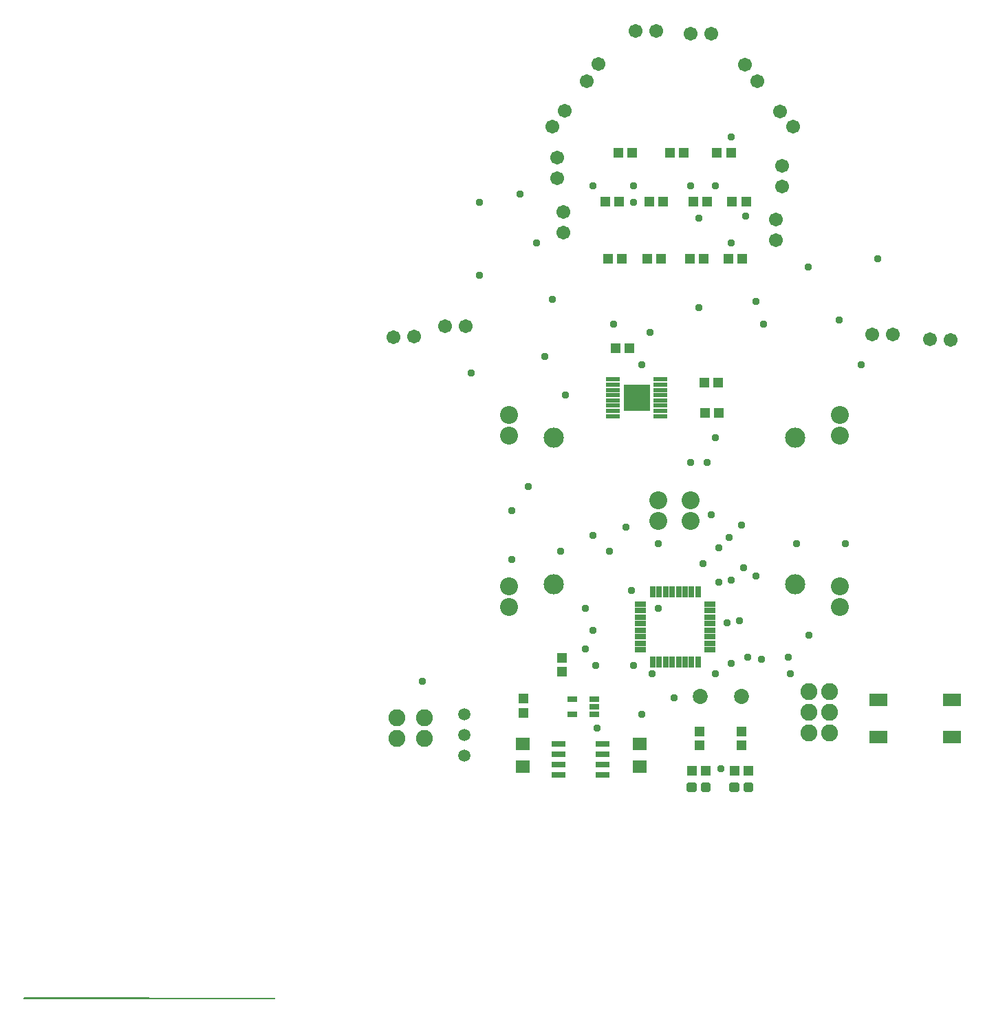
<source format=gbr>
G04 EAGLE Gerber RS-274X export*
G75*
%MOMM*%
%FSLAX34Y34*%
%LPD*%
%INSoldermask Top*%
%IPPOS*%
%AMOC8*
5,1,8,0,0,1.08239X$1,22.5*%
G01*
%ADD10R,8.051800X0.025400*%
%ADD11R,30.988000X0.254000*%
%ADD12R,15.494000X0.127000*%
%ADD13R,1.203200X1.303200*%
%ADD14R,1.803200X1.603200*%
%ADD15R,1.303200X1.203200*%
%ADD16C,0.505344*%
%ADD17R,1.676400X0.558800*%
%ADD18R,3.200400X3.200400*%
%ADD19C,2.082800*%
%ADD20R,2.303200X1.603200*%
%ADD21R,1.203200X0.753200*%
%ADD22C,1.703200*%
%ADD23R,1.703200X0.753200*%
%ADD24C,1.511200*%
%ADD25C,2.489200*%
%ADD26C,2.203200*%
%ADD27R,0.762000X1.473200*%
%ADD28R,1.473200X0.762000*%
%ADD29C,1.854200*%
%ADD30C,0.959600*%


D10*
X40132Y0D03*
X40132Y254D03*
X40132Y508D03*
D11*
X153670Y0D03*
D12*
X76835Y0D03*
X76835Y1270D03*
D13*
X830600Y311800D03*
X830600Y328800D03*
X882500Y311800D03*
X882500Y328800D03*
X614400Y368800D03*
X614400Y351800D03*
D14*
X757100Y285200D03*
X757100Y313200D03*
X613600Y313200D03*
X613600Y285200D03*
D15*
X854800Y720300D03*
X837800Y720300D03*
X837200Y757800D03*
X854200Y757800D03*
D16*
X835280Y263490D02*
X835280Y256510D01*
X835280Y263490D02*
X842260Y263490D01*
X842260Y256510D01*
X835280Y256510D01*
X835280Y261310D02*
X842260Y261310D01*
X817740Y263490D02*
X817740Y256510D01*
X817740Y263490D02*
X824720Y263490D01*
X824720Y256510D01*
X817740Y256510D01*
X817740Y261310D02*
X824720Y261310D01*
X887780Y263490D02*
X887780Y256510D01*
X887780Y263490D02*
X894760Y263490D01*
X894760Y256510D01*
X887780Y256510D01*
X887780Y261310D02*
X894760Y261310D01*
X870240Y263490D02*
X870240Y256510D01*
X870240Y263490D02*
X877220Y263490D01*
X877220Y256510D01*
X870240Y256510D01*
X870240Y261310D02*
X877220Y261310D01*
D17*
X724390Y762060D03*
X724390Y755456D03*
X724390Y748852D03*
X724390Y742502D03*
X724390Y735898D03*
X724390Y729548D03*
X724390Y722944D03*
X724390Y716340D03*
X782810Y716340D03*
X782810Y722944D03*
X782810Y729548D03*
X782810Y735898D03*
X782810Y742502D03*
X782810Y748852D03*
X782810Y755456D03*
X782810Y762060D03*
D18*
X753600Y739200D03*
D19*
X965700Y377300D03*
X991100Y377300D03*
X965700Y351900D03*
X991100Y351900D03*
X965700Y326500D03*
X991100Y326500D03*
X492200Y320300D03*
X492200Y345700D03*
X458700Y320300D03*
X458700Y345700D03*
D15*
X821500Y280000D03*
X838500Y280000D03*
X818700Y910300D03*
X835700Y910300D03*
X730600Y1040300D03*
X747600Y1040300D03*
X852500Y1040300D03*
X869500Y1040300D03*
X794400Y1040300D03*
X811400Y1040300D03*
X866300Y910300D03*
X883300Y910300D03*
X718200Y910300D03*
X735200Y910300D03*
D13*
X662000Y418800D03*
X662000Y401800D03*
D15*
X874000Y280000D03*
X891000Y280000D03*
X727300Y800300D03*
X744300Y800300D03*
X769200Y980300D03*
X786200Y980300D03*
X871100Y980300D03*
X888100Y980300D03*
X823000Y980300D03*
X840000Y980300D03*
X714900Y980300D03*
X731900Y980300D03*
X766800Y910300D03*
X783800Y910300D03*
D20*
X1141800Y322100D03*
X1050800Y322100D03*
X1141800Y367100D03*
X1050800Y367100D03*
D21*
X701400Y359200D03*
X701400Y368700D03*
X701400Y349700D03*
X674400Y349700D03*
X674400Y368700D03*
D22*
X663100Y942700D03*
X663100Y968100D03*
X454471Y814023D03*
X479869Y814378D03*
X932200Y1024600D03*
X932200Y999200D03*
X656000Y1009200D03*
X656000Y1034600D03*
X691658Y1128618D03*
X706154Y1149475D03*
X887014Y1149115D03*
X902158Y1128723D03*
X819700Y1186900D03*
X845100Y1186900D03*
X1043500Y816900D03*
X1068900Y816900D03*
X517300Y826900D03*
X542700Y826900D03*
D23*
X711700Y275550D03*
X711700Y288250D03*
X711700Y300950D03*
X711700Y313650D03*
X657700Y275550D03*
X657700Y288250D03*
X657700Y300950D03*
X657700Y313650D03*
D24*
X541400Y324600D03*
X541400Y299200D03*
X541400Y350000D03*
D25*
X948500Y690000D03*
X948500Y510000D03*
X651500Y510000D03*
X651500Y690000D03*
D26*
X596250Y507300D03*
X596250Y481900D03*
X596250Y692700D03*
X596250Y718100D03*
X1003750Y718100D03*
X1003750Y692700D03*
X1003750Y507300D03*
X1003750Y481900D03*
X780000Y612700D03*
X780000Y587300D03*
X820000Y587300D03*
X820000Y612700D03*
D22*
X1114257Y810779D03*
X1139646Y810025D03*
X752548Y1190533D03*
X777947Y1190267D03*
X649393Y1072384D03*
X665378Y1092123D03*
X929639Y1091789D03*
X946168Y1072503D03*
X924944Y958117D03*
X924856Y932718D03*
D27*
X773100Y414374D03*
X781100Y414374D03*
X789100Y414374D03*
X797100Y414374D03*
X805100Y414374D03*
X813100Y414374D03*
X821100Y414374D03*
X829100Y414374D03*
D28*
X844026Y429300D03*
X844026Y437300D03*
X844026Y445300D03*
X844026Y453300D03*
X844026Y461300D03*
X844026Y469300D03*
X844026Y477300D03*
X844026Y485300D03*
D27*
X829100Y500226D03*
X821100Y500226D03*
X813100Y500226D03*
X805100Y500226D03*
X797100Y500226D03*
X789100Y500226D03*
X781100Y500226D03*
X773100Y500226D03*
D28*
X758174Y485300D03*
X758174Y477300D03*
X758174Y469300D03*
X758174Y461300D03*
X758174Y453300D03*
X758174Y445300D03*
X758174Y437300D03*
X758174Y429300D03*
D29*
X882200Y371900D03*
X831400Y371900D03*
D30*
X942700Y400000D03*
X700000Y453300D03*
X965400Y447300D03*
X940000Y420000D03*
X550000Y770000D03*
X857500Y282500D03*
X705000Y332500D03*
X850000Y690000D03*
X740000Y580000D03*
X760000Y780000D03*
X720000Y550000D03*
X700000Y570000D03*
X760000Y350000D03*
X800000Y370000D03*
X850000Y400000D03*
X845000Y595000D03*
X835000Y535000D03*
X855000Y512500D03*
X870000Y412500D03*
X880000Y465000D03*
X840000Y660000D03*
X867500Y567500D03*
X885000Y530000D03*
X865000Y462470D03*
X870000Y515000D03*
X855000Y555000D03*
X820000Y660000D03*
X690000Y430000D03*
X702700Y410000D03*
X750000Y410000D03*
X772700Y400000D03*
X830000Y960000D03*
X850000Y1000000D03*
X780000Y480000D03*
X750000Y980000D03*
X887300Y962700D03*
X882500Y582500D03*
X900000Y520000D03*
X890000Y420000D03*
X907500Y417500D03*
X950000Y560000D03*
X820000Y1000000D03*
X870000Y930000D03*
X1002500Y835000D03*
X1030000Y780000D03*
X560000Y890000D03*
X700000Y1000000D03*
X620000Y630000D03*
X750000Y1000000D03*
X747500Y502500D03*
X725400Y830000D03*
X1050000Y910000D03*
X900000Y857300D03*
X600000Y600000D03*
X630000Y930000D03*
X660000Y550000D03*
X650000Y860000D03*
X610000Y990000D03*
X690000Y480000D03*
X780000Y560000D03*
X830000Y850000D03*
X869500Y1060000D03*
X600000Y540000D03*
X665400Y742700D03*
X640300Y790000D03*
X490000Y390000D03*
X1010000Y560000D03*
X770000Y820000D03*
X560000Y980000D03*
X964600Y900000D03*
X910000Y830000D03*
M02*

</source>
